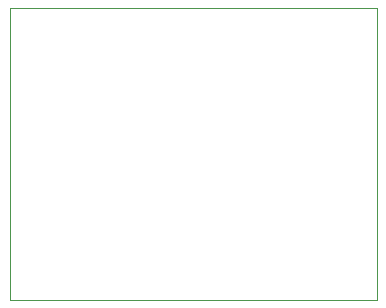
<source format=gm1>
G04 #@! TF.GenerationSoftware,KiCad,Pcbnew,5.1.4*
G04 #@! TF.CreationDate,2019-10-17T14:18:33+11:00*
G04 #@! TF.ProjectId,fabulouspide,66616275-6c6f-4757-9370-6964652e6b69,rev?*
G04 #@! TF.SameCoordinates,Original*
G04 #@! TF.FileFunction,Profile,NP*
%FSLAX46Y46*%
G04 Gerber Fmt 4.6, Leading zero omitted, Abs format (unit mm)*
G04 Created by KiCad (PCBNEW 5.1.4) date 2019-10-17 14:18:33*
%MOMM*%
%LPD*%
G04 APERTURE LIST*
%ADD10C,0.050000*%
G04 APERTURE END LIST*
D10*
X83185000Y-74295000D02*
X83185000Y-49530000D01*
X114300000Y-74295000D02*
X83185000Y-74295000D01*
X114300000Y-49530000D02*
X114300000Y-74295000D01*
X83185000Y-49530000D02*
X114300000Y-49530000D01*
M02*

</source>
